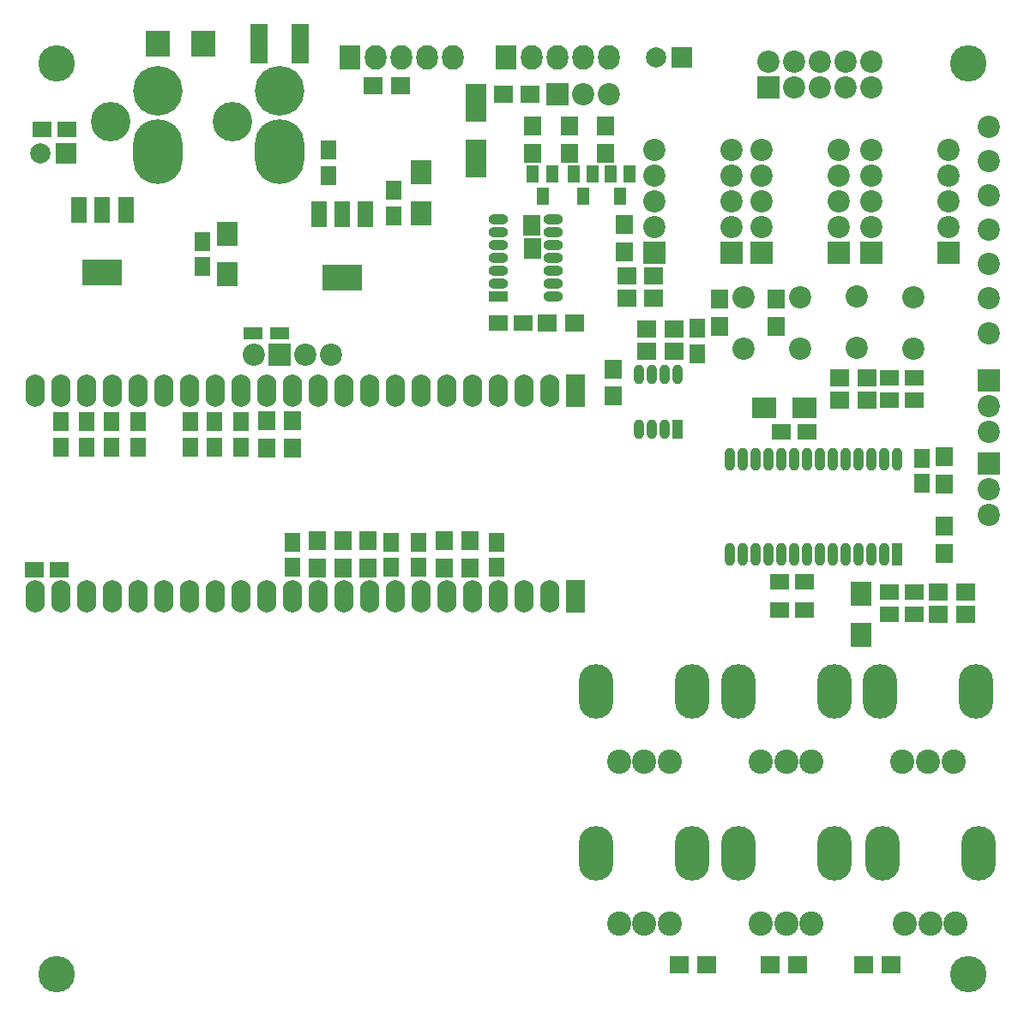
<source format=gbs>
G04 #@! TF.FileFunction,Soldermask,Bot*
%FSLAX46Y46*%
G04 Gerber Fmt 4.6, Leading zero omitted, Abs format (unit mm)*
G04 Created by KiCad (PCBNEW (2015-11-29 BZR 6336, Git 7b0d981)-product) date 01/12/2015 20:30:35*
%MOMM*%
G01*
G04 APERTURE LIST*
%ADD10C,0.100000*%
%ADD11R,1.700000X1.900000*%
%ADD12C,3.600000*%
%ADD13C,2.200000*%
%ADD14C,2.400000*%
%ADD15O,3.400000X5.400000*%
%ADD16R,1.900000X1.650000*%
%ADD17R,1.650000X1.900000*%
%ADD18R,1.924000X3.200000*%
%ADD19O,1.924000X3.200000*%
%ADD20R,2.200000X2.200000*%
%ADD21R,2.099260X3.699460*%
%ADD22R,1.900000X1.700000*%
%ADD23R,1.500000X2.500000*%
%ADD24R,3.900000X2.500000*%
%ADD25R,2.000000X2.000000*%
%ADD26C,2.000000*%
%ADD27O,4.900000X6.400000*%
%ADD28C,4.900000*%
%ADD29C,3.900000*%
%ADD30R,0.800000X1.200000*%
%ADD31R,2.127200X2.432000*%
%ADD32O,2.127200X2.432000*%
%ADD33R,2.000000X2.400000*%
%ADD34R,2.400000X2.000000*%
%ADD35R,0.999440X1.949400*%
%ADD36O,0.999440X1.949400*%
%ADD37R,1.950000X1.000000*%
%ADD38O,1.950000X1.000000*%
%ADD39R,0.999440X2.299920*%
%ADD40O,0.999440X2.299920*%
%ADD41R,1.300000X1.700000*%
%ADD42R,1.200000X1.700000*%
%ADD43R,2.400000X2.599640*%
%ADD44R,1.799540X3.897580*%
%ADD45R,0.700000X1.300000*%
%ADD46R,1.700000X0.700000*%
G04 APERTURE END LIST*
D10*
D11*
X72000000Y-28850000D03*
X72000000Y-26150000D03*
D12*
X25000000Y-110000000D03*
X115000000Y-110000000D03*
X115000000Y-20000000D03*
X25000000Y-20000000D03*
D13*
X117000000Y-36400000D03*
D14*
X83000000Y-89000000D03*
D15*
X87750000Y-82000000D03*
X78250000Y-82000000D03*
D14*
X85500000Y-89000000D03*
X80500000Y-89000000D03*
X83000000Y-105000000D03*
D15*
X87750000Y-98000000D03*
X78250000Y-98000000D03*
D14*
X85500000Y-105000000D03*
X80500000Y-105000000D03*
D16*
X71050000Y-45600000D03*
X68550000Y-45600000D03*
D17*
X25400000Y-55350000D03*
X25400000Y-57850000D03*
D18*
X76170000Y-72660000D03*
D19*
X73630000Y-72660000D03*
X71090000Y-72660000D03*
X68550000Y-72660000D03*
X66010000Y-72660000D03*
X63470000Y-72660000D03*
X60930000Y-72660000D03*
X58390000Y-72660000D03*
X55850000Y-72660000D03*
X53310000Y-72660000D03*
X50770000Y-72660000D03*
X48230000Y-72660000D03*
X45690000Y-72660000D03*
X43150000Y-72660000D03*
X40610000Y-72660000D03*
X38070000Y-72660000D03*
X35530000Y-72660000D03*
X32990000Y-72660000D03*
X30450000Y-72660000D03*
X27910000Y-72660000D03*
X25370000Y-72660000D03*
X22830000Y-72660000D03*
D18*
X76170000Y-52340000D03*
D19*
X73630000Y-52340000D03*
X71090000Y-52340000D03*
X68550000Y-52340000D03*
X66010000Y-52340000D03*
X63470000Y-52340000D03*
X60930000Y-52340000D03*
X58390000Y-52340000D03*
X55850000Y-52340000D03*
X53310000Y-52340000D03*
X50770000Y-52340000D03*
X48230000Y-52340000D03*
X45690000Y-52340000D03*
X43150000Y-52340000D03*
X40610000Y-52340000D03*
X38070000Y-52340000D03*
X35530000Y-52340000D03*
X32990000Y-52340000D03*
X30450000Y-52340000D03*
X27910000Y-52340000D03*
X25370000Y-52340000D03*
X22830000Y-52340000D03*
D20*
X91610000Y-38680000D03*
D13*
X91610000Y-36140000D03*
X91610000Y-33600000D03*
X91610000Y-31060000D03*
X91610000Y-28520000D03*
X83990000Y-28520000D03*
X83990000Y-31060000D03*
X83990000Y-33600000D03*
X83990000Y-36140000D03*
D20*
X83990000Y-38680000D03*
D17*
X27940000Y-55350000D03*
X27940000Y-57850000D03*
X30400000Y-55350000D03*
X30400000Y-57850000D03*
D16*
X26000000Y-26500000D03*
X23500000Y-26500000D03*
X98850000Y-74000000D03*
X96350000Y-74000000D03*
D13*
X104000000Y-48080000D03*
X104000000Y-43000000D03*
D16*
X22750000Y-70000000D03*
X25250000Y-70000000D03*
D17*
X43180000Y-55350000D03*
X43180000Y-57850000D03*
D16*
X98850000Y-71200000D03*
X96350000Y-71200000D03*
D17*
X38200000Y-55350000D03*
X38200000Y-57850000D03*
X58250000Y-35000000D03*
X58250000Y-32500000D03*
D16*
X107150000Y-74400000D03*
X109650000Y-74400000D03*
X107150000Y-72200000D03*
X109650000Y-72200000D03*
D17*
X40600000Y-55350000D03*
X40600000Y-57850000D03*
X51800000Y-31050000D03*
X51800000Y-28550000D03*
X33000000Y-55350000D03*
X33000000Y-57850000D03*
X58000000Y-69750000D03*
X58000000Y-67250000D03*
X48250000Y-69750000D03*
X48250000Y-67250000D03*
X110400000Y-61450000D03*
X110400000Y-58950000D03*
D16*
X99050000Y-56400000D03*
X96550000Y-56400000D03*
D17*
X88200000Y-48650000D03*
X88200000Y-46150000D03*
X39400000Y-40050000D03*
X39400000Y-37550000D03*
X68400000Y-69750000D03*
X68400000Y-67250000D03*
X60750000Y-69750000D03*
X60750000Y-67250000D03*
D16*
X109650000Y-51000000D03*
X107150000Y-51000000D03*
X109650000Y-53200000D03*
X107150000Y-53200000D03*
D21*
X66400000Y-29350820D03*
X66400000Y-23849180D03*
D22*
X89150000Y-109000000D03*
X86450000Y-109000000D03*
D11*
X112600000Y-65650000D03*
X112600000Y-68350000D03*
X48260000Y-57950000D03*
X48260000Y-55250000D03*
D22*
X112050000Y-72200000D03*
X114750000Y-72200000D03*
X112050000Y-74400000D03*
X114750000Y-74400000D03*
D11*
X45720000Y-57950000D03*
X45720000Y-55250000D03*
X55750000Y-67150000D03*
X55750000Y-69850000D03*
X50750000Y-67150000D03*
X50750000Y-69850000D03*
X112600000Y-58850000D03*
X112600000Y-61550000D03*
X90400000Y-45950000D03*
X90400000Y-43250000D03*
X65800000Y-67150000D03*
X65800000Y-69850000D03*
X63250000Y-67150000D03*
X63250000Y-69850000D03*
X96000000Y-45950000D03*
X96000000Y-43250000D03*
D22*
X104950000Y-53200000D03*
X102250000Y-53200000D03*
X104950000Y-51000000D03*
X102250000Y-51000000D03*
X85950000Y-46200000D03*
X83250000Y-46200000D03*
D11*
X75600000Y-28850000D03*
X75600000Y-26150000D03*
X79200000Y-28850000D03*
X79200000Y-26150000D03*
D22*
X85950000Y-48400000D03*
X83250000Y-48400000D03*
X83950000Y-43200000D03*
X81250000Y-43200000D03*
X83950000Y-41000000D03*
X81250000Y-41000000D03*
D23*
X50900000Y-34900000D03*
X53200000Y-34900000D03*
X55500000Y-34900000D03*
D24*
X53200000Y-41100000D03*
D23*
X27200000Y-34400000D03*
X29500000Y-34400000D03*
X31800000Y-34400000D03*
D24*
X29500000Y-40600000D03*
D25*
X25908000Y-28829000D03*
D26*
X23368000Y-28829000D03*
D14*
X97000000Y-105000000D03*
D15*
X101750000Y-98000000D03*
X92250000Y-98000000D03*
D14*
X99500000Y-105000000D03*
X94500000Y-105000000D03*
X111000000Y-89000000D03*
D15*
X115750000Y-82000000D03*
X106250000Y-82000000D03*
D14*
X113500000Y-89000000D03*
X108500000Y-89000000D03*
X97000000Y-89000000D03*
D15*
X101750000Y-82000000D03*
X92250000Y-82000000D03*
D14*
X99500000Y-89000000D03*
X94500000Y-89000000D03*
X111250000Y-105000000D03*
D15*
X116000000Y-98000000D03*
X106500000Y-98000000D03*
D14*
X113750000Y-105000000D03*
X108750000Y-105000000D03*
D25*
X86670000Y-19400000D03*
D26*
X84130000Y-19400000D03*
D22*
X98150000Y-109000000D03*
X95450000Y-109000000D03*
D11*
X81000000Y-38550000D03*
X81000000Y-35850000D03*
D22*
X73450000Y-45600000D03*
X76150000Y-45600000D03*
D20*
X102210000Y-38680000D03*
D13*
X102210000Y-36140000D03*
X102210000Y-33600000D03*
X102210000Y-31060000D03*
X102210000Y-28520000D03*
X94590000Y-28520000D03*
X94590000Y-31060000D03*
X94590000Y-33600000D03*
X94590000Y-36140000D03*
D20*
X94590000Y-38680000D03*
X113010000Y-38680000D03*
D13*
X113010000Y-36140000D03*
X113010000Y-33600000D03*
X113010000Y-31060000D03*
X113010000Y-28520000D03*
X105390000Y-28520000D03*
X105390000Y-31060000D03*
X105390000Y-33600000D03*
X105390000Y-36140000D03*
D20*
X105390000Y-38680000D03*
D13*
X117000000Y-33000000D03*
X117000000Y-46600000D03*
D27*
X35000000Y-28700140D03*
D28*
X35000000Y-22700660D03*
D29*
X30301000Y-25700400D03*
D27*
X47000000Y-28700140D03*
D28*
X47000000Y-22700660D03*
D29*
X42301000Y-25700400D03*
D20*
X117000000Y-51260000D03*
D13*
X117000000Y-53800000D03*
X117000000Y-56340000D03*
X117000000Y-29600000D03*
X117000000Y-26200000D03*
D20*
X117000000Y-59460000D03*
D13*
X117000000Y-62000000D03*
X117000000Y-64540000D03*
X117000000Y-43200000D03*
X117000000Y-39800000D03*
X44450000Y-48768000D03*
D20*
X46990000Y-48768000D03*
D13*
X49530000Y-48768000D03*
X52070000Y-48768000D03*
D20*
X95250000Y-22352000D03*
D13*
X95250000Y-19812000D03*
X97790000Y-22352000D03*
X97790000Y-19812000D03*
X100330000Y-22352000D03*
X100330000Y-19812000D03*
X102870000Y-22352000D03*
X102870000Y-19812000D03*
X105410000Y-22352000D03*
X105410000Y-19812000D03*
D11*
X53250000Y-67150000D03*
X53250000Y-69850000D03*
D30*
X43800000Y-46600000D03*
X44400000Y-46600000D03*
X45000000Y-46600000D03*
X46400000Y-46600000D03*
X47000000Y-46600000D03*
X47600000Y-46600000D03*
D22*
X104650000Y-109000000D03*
X107350000Y-109000000D03*
D31*
X53920000Y-19400000D03*
D32*
X56460000Y-19400000D03*
X59000000Y-19400000D03*
X61540000Y-19400000D03*
X64080000Y-19400000D03*
D33*
X61000000Y-34750000D03*
X61000000Y-30750000D03*
D34*
X98800000Y-54000000D03*
X94800000Y-54000000D03*
D33*
X41800000Y-40800000D03*
X41800000Y-36800000D03*
D22*
X56250000Y-22200000D03*
X58950000Y-22200000D03*
D20*
X74460000Y-23000000D03*
D13*
X77000000Y-23000000D03*
X79540000Y-23000000D03*
D22*
X69050000Y-23000000D03*
X71750000Y-23000000D03*
D31*
X69320000Y-19400000D03*
D32*
X71860000Y-19400000D03*
X74400000Y-19400000D03*
X76940000Y-19400000D03*
X79480000Y-19400000D03*
D33*
X104400000Y-72400000D03*
X104400000Y-76400000D03*
D11*
X79900000Y-50150000D03*
X79900000Y-52850000D03*
D13*
X92800000Y-43060000D03*
X92800000Y-48140000D03*
X98400000Y-43060000D03*
X98400000Y-48140000D03*
X109600000Y-48140000D03*
X109600000Y-43060000D03*
D35*
X86305000Y-56097480D03*
D36*
X85035000Y-56097480D03*
X83765000Y-56097480D03*
X82495000Y-56097480D03*
X82495000Y-50702520D03*
X83765000Y-50702520D03*
X85035000Y-50702520D03*
X86305000Y-50702520D03*
D37*
X68602520Y-43010000D03*
D38*
X68602520Y-41740000D03*
X68602520Y-40470000D03*
X68602520Y-39200000D03*
X68602520Y-37930000D03*
X68602520Y-36660000D03*
X68602520Y-35390000D03*
X73997480Y-35390000D03*
X73997480Y-36660000D03*
X73997480Y-37930000D03*
X73997480Y-39200000D03*
X73997480Y-40470000D03*
X73997480Y-41740000D03*
X73997480Y-43010000D03*
D39*
X107955000Y-68499000D03*
D40*
X106685000Y-68499000D03*
X105415000Y-68499000D03*
X104145000Y-68499000D03*
X102875000Y-68499000D03*
X101605000Y-68499000D03*
X100335000Y-68499000D03*
X99065000Y-68499000D03*
X97795000Y-68499000D03*
X96525000Y-68499000D03*
X95255000Y-68499000D03*
X93985000Y-68499000D03*
X92715000Y-68499000D03*
X91445000Y-68499000D03*
X91445000Y-59101000D03*
X92715000Y-59101000D03*
X93985000Y-59101000D03*
X95255000Y-59101000D03*
X96525000Y-59101000D03*
X97795000Y-59101000D03*
X99065000Y-59101000D03*
X100335000Y-59101000D03*
X101605000Y-59101000D03*
X102875000Y-59101000D03*
X104145000Y-59101000D03*
X105415000Y-59101000D03*
X106685000Y-59101000D03*
X107955000Y-59101000D03*
D41*
X72000000Y-30900000D03*
X73900000Y-30900000D03*
D42*
X72950000Y-33100000D03*
D41*
X76000000Y-30900000D03*
X77900000Y-30900000D03*
D42*
X76950000Y-33100000D03*
D41*
X79650000Y-30900000D03*
X81550000Y-30900000D03*
D42*
X80600000Y-33100000D03*
D43*
X39500000Y-18000000D03*
X35000000Y-18000000D03*
D44*
X44950220Y-18000000D03*
X49049780Y-18000000D03*
D45*
X71500000Y-38400000D03*
X72000000Y-38100000D03*
X72500000Y-38400000D03*
D46*
X72000000Y-38900000D03*
X72000000Y-37600000D03*
D45*
X72400000Y-35800000D03*
X71900000Y-36100000D03*
X71400000Y-35800000D03*
D46*
X71900000Y-35300000D03*
X71900000Y-36600000D03*
M02*

</source>
